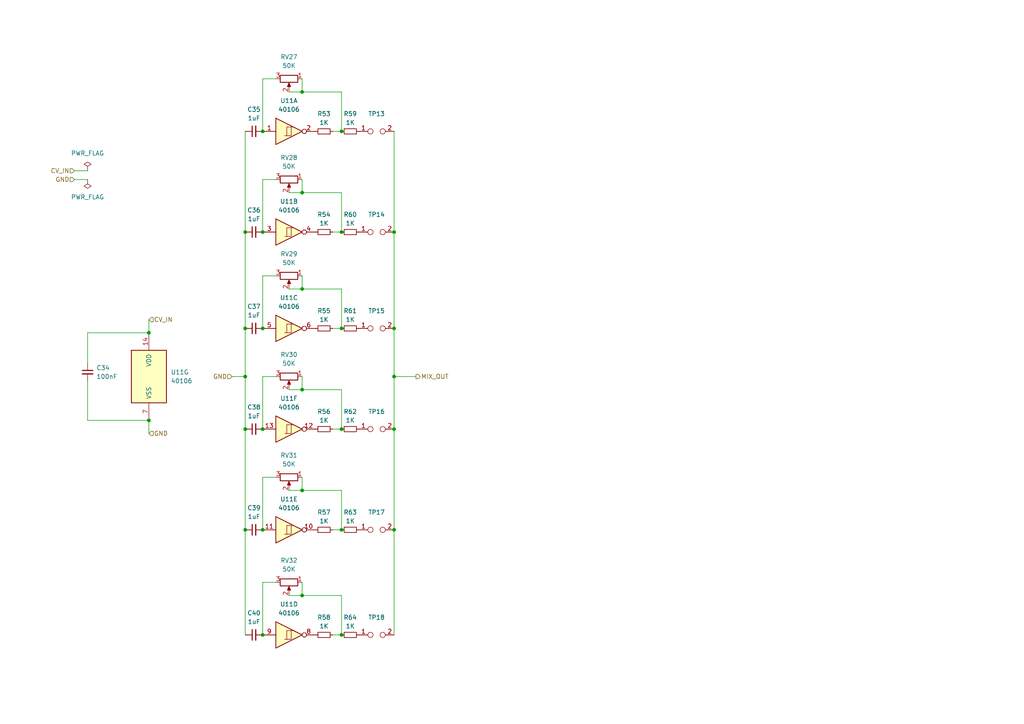
<source format=kicad_sch>
(kicad_sch (version 20231120) (generator "eeschema") (generator_version "8.0")
  (paper "A4")
  (lib_symbols
    (symbol "4xxx:40106" (pin_names (offset 1.016))
      (property "Reference" "U" (at 0 1.27 0))
      (property "Value" "40106" (at 0 -1.27 0))
      (symbol "40106_1_0"
        (polyline (pts (xy -0.635 -1.27) (xy -0.635 1.27) (xy 0.635 1.27)))
        (polyline (pts (xy -3.81 3.81) (xy -3.81 -3.81) (xy 3.81 0) (xy -3.81 3.81)) (stroke (width 0.254)) (fill (type background)))
        (polyline (pts (xy -1.27 -1.27) (xy 0.635 -1.27) (xy 0.635 1.27) (xy 1.27 1.27)))
        (pin input line (at -7.62 0 0) (length 3.81) (name "~") (number "1"))
        (pin output inverted (at 7.62 0 180) (length 3.81) (name "~") (number "2"))
      )
      (symbol "40106_2_0"
        (polyline (pts (xy -0.635 -1.27) (xy -0.635 1.27) (xy 0.635 1.27)))
        (polyline (pts (xy -3.81 3.81) (xy -3.81 -3.81) (xy 3.81 0) (xy -3.81 3.81)) (stroke (width 0.254)) (fill (type background)))
        (polyline (pts (xy -1.27 -1.27) (xy 0.635 -1.27) (xy 0.635 1.27) (xy 1.27 1.27)))
        (pin input line (at -7.62 0 0) (length 3.81) (name "~") (number "3"))
        (pin output inverted (at 7.62 0 180) (length 3.81) (name "~") (number "4"))
      )
      (symbol "40106_3_0"
        (polyline (pts (xy -0.635 -1.27) (xy -0.635 1.27) (xy 0.635 1.27)))
        (polyline (pts (xy -3.81 3.81) (xy -3.81 -3.81) (xy 3.81 0) (xy -3.81 3.81)) (stroke (width 0.254)) (fill (type background)))
        (polyline (pts (xy -1.27 -1.27) (xy 0.635 -1.27) (xy 0.635 1.27) (xy 1.27 1.27)))
        (pin input line (at -7.62 0 0) (length 3.81) (name "~") (number "5"))
        (pin output inverted (at 7.62 0 180) (length 3.81) (name "~") (number "6"))
      )
      (symbol "40106_4_0"
        (polyline (pts (xy -0.635 -1.27) (xy -0.635 1.27) (xy 0.635 1.27)))
        (polyline (pts (xy -3.81 3.81) (xy -3.81 -3.81) (xy 3.81 0) (xy -3.81 3.81)) (stroke (width 0.254)) (fill (type background)))
        (polyline (pts (xy -1.27 -1.27) (xy 0.635 -1.27) (xy 0.635 1.27) (xy 1.27 1.27)))
        (pin output inverted (at 7.62 0 180) (length 3.81) (name "~") (number "8"))
        (pin input line (at -7.62 0 0) (length 3.81) (name "~") (number "9"))
      )
      (symbol "40106_5_0"
        (polyline (pts (xy -0.635 -1.27) (xy -0.635 1.27) (xy 0.635 1.27)))
        (polyline (pts (xy -3.81 3.81) (xy -3.81 -3.81) (xy 3.81 0) (xy -3.81 3.81)) (stroke (width 0.254)) (fill (type background)))
        (polyline (pts (xy -1.27 -1.27) (xy 0.635 -1.27) (xy 0.635 1.27) (xy 1.27 1.27)))
        (pin output inverted (at 7.62 0 180) (length 3.81) (name "~") (number "10"))
        (pin input line (at -7.62 0 0) (length 3.81) (name "~") (number "11"))
      )
      (symbol "40106_6_0"
        (polyline (pts (xy -0.635 -1.27) (xy -0.635 1.27) (xy 0.635 1.27)))
        (polyline (pts (xy -3.81 3.81) (xy -3.81 -3.81) (xy 3.81 0) (xy -3.81 3.81)) (stroke (width 0.254)) (fill (type background)))
        (polyline (pts (xy -1.27 -1.27) (xy 0.635 -1.27) (xy 0.635 1.27) (xy 1.27 1.27)))
        (pin output inverted (at 7.62 0 180) (length 3.81) (name "~") (number "12"))
        (pin input line (at -7.62 0 0) (length 3.81) (name "~") (number "13"))
      )
      (symbol "40106_7_0"
        (pin power_in line (at 0 12.7 270) (length 5.08) (name "VDD") (number "14"))
        (pin power_in line (at 0 -12.7 90) (length 5.08) (name "VSS") (number "7"))
      )
      (symbol "40106_7_1"
        (rectangle (start -5.08 7.62) (end 5.08 -7.62) (stroke (width 0.254)) (fill (type background)))
      )
    )
    (symbol "Connector:TestPoint_2Pole" (pin_names (offset 0.762) hide)
      (property "Reference" "TP" (at 0 1.524 0))
      (property "Value" "TestPoint_2Pole" (at 0 -1.778 0))
      (symbol "TestPoint_2Pole_0_1"
        (circle (center -1.778 0) (radius 0.762))
        (circle (center 1.778 0) (radius 0.762))
        (pin passive line (at -5.08 0 0) (length 2.54) (name "1") (number "1"))
        (pin passive line (at 5.08 0 180) (length 2.54) (name "2") (number "2"))
      )
    )
    (symbol "Device:C_Small" (pin_numbers hide) (pin_names (offset 0.254) hide)
      (property "Reference" "C" (at 0.254 1.778 0))
      (property "Value" "C_Small" (at 0.254 -2.032 0))
      (symbol "C_Small_0_1"
        (polyline (pts (xy -1.524 -0.508) (xy 1.524 -0.508)) (stroke (width 0.3302)))
        (polyline (pts (xy -1.524 0.508) (xy 1.524 0.508)) (stroke (width 0.3048)))
      )
      (symbol "C_Small_1_1"
        (pin passive line (at 0 2.54 270) (length 2.032) (name "~") (number "1"))
        (pin passive line (at 0 -2.54 90) (length 2.032) (name "~") (number "2"))
      )
    )
    (symbol "Device:R_Potentiometer" (pin_names (offset 1.016) hide)
      (property "Reference" "RV" (at -4.445 0 90))
      (property "Value" "R_Potentiometer" (at -2.54 0 90))
      (symbol "R_Potentiometer_0_1"
        (polyline (pts (xy 2.54 0) (xy 1.524 0)))
        (polyline (pts (xy 1.143 0) (xy 2.286 0.508) (xy 2.286 -0.508) (xy 1.143 0)) (fill (type outline)))
        (rectangle (start 1.016 2.54) (end -1.016 -2.54) (stroke (width 0.254)))
      )
      (symbol "R_Potentiometer_1_1"
        (pin passive line (at 0 3.81 270) (length 1.27) (name "1") (number "1"))
        (pin passive line (at 3.81 0 180) (length 1.27) (name "2") (number "2"))
        (pin passive line (at 0 -3.81 90) (length 1.27) (name "3") (number "3"))
      )
    )
    (symbol "Device:R_Small" (pin_numbers hide) (pin_names (offset 0.254) hide)
      (property "Reference" "R" (at 0.762 0.508 0))
      (property "Value" "R_Small" (at 0.762 -1.016 0))
      (symbol "R_Small_0_1"
        (rectangle (start -0.762 1.778) (end 0.762 -1.778) (stroke (width 0.2032)))
      )
      (symbol "R_Small_1_1"
        (pin passive line (at 0 2.54 270) (length 0.762) (name "~") (number "1"))
        (pin passive line (at 0 -2.54 90) (length 0.762) (name "~") (number "2"))
      )
    )
    (symbol "power:PWR_FLAG" (power) (pin_numbers hide) (pin_names (offset 0) hide)
      (property "Value" "PWR_FLAG" (at 0 3.81 0))
      (symbol "PWR_FLAG_0_0"
        (pin power_out line (at 0 0 90) (length 0) (name "~") (number "1"))
      )
      (symbol "PWR_FLAG_0_1"
        (polyline (pts (xy 0 0) (xy 0 1.27) (xy -1.016 1.905) (xy 0 2.54) (xy 1.016 1.905) (xy 0 1.27)))
      )
    )
  )
  (junction (at 99.06 67.31))
  (junction (at 87.63 55.88))
  (junction (at 76.2 153.67))
  (junction (at 43.18 121.92))
  (junction (at 87.63 26.67))
  (junction (at 114.3 67.31))
  (junction (at 114.3 153.67))
  (junction (at 71.12 124.46))
  (junction (at 76.2 95.25))
  (junction (at 76.2 38.1))
  (junction (at 114.3 109.22))
  (junction (at 71.12 153.67))
  (junction (at 76.2 67.31))
  (junction (at 99.06 38.1))
  (junction (at 76.2 124.46))
  (junction (at 71.12 67.31))
  (junction (at 87.63 83.82))
  (junction (at 71.12 95.25))
  (junction (at 114.3 95.25))
  (junction (at 99.06 124.46))
  (junction (at 87.63 172.72))
  (junction (at 114.3 124.46))
  (junction (at 76.2 184.15))
  (junction (at 99.06 95.25))
  (junction (at 87.63 113.03))
  (junction (at 99.06 184.15))
  (junction (at 71.12 109.22))
  (junction (at 43.18 96.52))
  (junction (at 87.63 142.24))
  (junction (at 99.06 153.67))
  (wire (pts (xy 87.63 26.67) (xy 99.06 26.67)))
  (wire (pts (xy 80.01 80.01) (xy 76.2 80.01)))
  (wire (pts (xy 71.12 67.31) (xy 71.12 95.25)))
  (wire (pts (xy 80.01 168.91) (xy 76.2 168.91)))
  (wire (pts (xy 80.01 22.86) (xy 76.2 22.86)))
  (wire (pts (xy 96.52 95.25) (xy 99.06 95.25)))
  (wire (pts (xy 87.63 55.88) (xy 99.06 55.88)))
  (wire (pts (xy 96.52 38.1) (xy 99.06 38.1)))
  (wire (pts (xy 25.4 121.92) (xy 43.18 121.92)))
  (wire (pts (xy 96.52 124.46) (xy 99.06 124.46)))
  (wire (pts (xy 87.63 138.43) (xy 87.63 142.24)))
  (wire (pts (xy 71.12 38.1) (xy 71.12 67.31)))
  (wire (pts (xy 96.52 153.67) (xy 99.06 153.67)))
  (wire (pts (xy 99.06 55.88) (xy 99.06 67.31)))
  (wire (pts (xy 87.63 142.24) (xy 99.06 142.24)))
  (wire (pts (xy 71.12 153.67) (xy 71.12 184.15)))
  (wire (pts (xy 76.2 168.91) (xy 76.2 184.15)))
  (wire (pts (xy 80.01 109.22) (xy 76.2 109.22)))
  (wire (pts (xy 43.18 96.52) (xy 25.4 96.52)))
  (wire (pts (xy 114.3 67.31) (xy 114.3 95.25)))
  (wire (pts (xy 83.82 55.88) (xy 87.63 55.88)))
  (wire (pts (xy 87.63 172.72) (xy 99.06 172.72)))
  (wire (pts (xy 114.3 124.46) (xy 114.3 153.67)))
  (wire (pts (xy 43.18 92.71) (xy 43.18 96.52)))
  (wire (pts (xy 76.2 22.86) (xy 76.2 38.1)))
  (wire (pts (xy 99.06 83.82) (xy 99.06 95.25)))
  (wire (pts (xy 67.31 109.22) (xy 71.12 109.22)))
  (wire (pts (xy 114.3 95.25) (xy 114.3 109.22)))
  (wire (pts (xy 80.01 138.43) (xy 76.2 138.43)))
  (wire (pts (xy 25.4 96.52) (xy 25.4 105.41)))
  (wire (pts (xy 87.63 109.22) (xy 87.63 113.03)))
  (wire (pts (xy 99.06 113.03) (xy 99.06 124.46)))
  (wire (pts (xy 99.06 38.1) (xy 99.06 26.67)))
  (wire (pts (xy 96.52 67.31) (xy 99.06 67.31)))
  (wire (pts (xy 43.18 121.92) (xy 43.18 125.73)))
  (wire (pts (xy 96.52 184.15) (xy 99.06 184.15)))
  (wire (pts (xy 83.82 83.82) (xy 87.63 83.82)))
  (wire (pts (xy 71.12 109.22) (xy 71.12 124.46)))
  (wire (pts (xy 76.2 52.07) (xy 76.2 67.31)))
  (wire (pts (xy 87.63 168.91) (xy 87.63 172.72)))
  (wire (pts (xy 83.82 142.24) (xy 87.63 142.24)))
  (wire (pts (xy 99.06 142.24) (xy 99.06 153.67)))
  (wire (pts (xy 87.63 80.01) (xy 87.63 83.82)))
  (wire (pts (xy 76.2 109.22) (xy 76.2 124.46)))
  (wire (pts (xy 83.82 113.03) (xy 87.63 113.03)))
  (wire (pts (xy 25.4 110.49) (xy 25.4 121.92)))
  (wire (pts (xy 87.63 113.03) (xy 99.06 113.03)))
  (wire (pts (xy 114.3 109.22) (xy 114.3 124.46)))
  (wire (pts (xy 76.2 138.43) (xy 76.2 153.67)))
  (wire (pts (xy 114.3 153.67) (xy 114.3 184.15)))
  (wire (pts (xy 71.12 95.25) (xy 71.12 109.22)))
  (wire (pts (xy 83.82 26.67) (xy 87.63 26.67)))
  (wire (pts (xy 76.2 80.01) (xy 76.2 95.25)))
  (wire (pts (xy 87.63 22.86) (xy 87.63 26.67)))
  (wire (pts (xy 80.01 52.07) (xy 76.2 52.07)))
  (wire (pts (xy 99.06 172.72) (xy 99.06 184.15)))
  (wire (pts (xy 83.82 172.72) (xy 87.63 172.72)))
  (wire (pts (xy 21.59 52.07) (xy 25.4 52.07)))
  (wire (pts (xy 114.3 38.1) (xy 114.3 67.31)))
  (wire (pts (xy 87.63 52.07) (xy 87.63 55.88)))
  (wire (pts (xy 114.3 109.22) (xy 120.65 109.22)))
  (wire (pts (xy 21.59 49.53) (xy 25.4 49.53)))
  (wire (pts (xy 87.63 83.82) (xy 99.06 83.82)))
  (wire (pts (xy 71.12 124.46) (xy 71.12 153.67)))
  (hierarchical_label "CV_IN" (shape input) (at 21.59 49.53 180))
  (hierarchical_label "GND" (shape input) (at 21.59 52.07 180))
  (hierarchical_label "GND" (shape input) (at 43.18 125.73 0))
  (hierarchical_label "MIX_OUT" (shape output) (at 120.65 109.22 0))
  (hierarchical_label "GND" (shape input) (at 67.31 109.22 180))
  (hierarchical_label "CV_IN" (shape input) (at 43.18 92.71 0))
  (symbol (lib_id "Connector:TestPoint_2Pole") (at 109.22 95.25 0) (unit 1)
    (property "Reference" "TP3" (at 109.22 90.17 0))
    (property "Value" "key1" (effects (hide yes)))
    (property "Footprint" "TouchPad_Surface:TouchPad_2Pole_Square_15x15mm" (effects (hide yes)))
    (property "Description" "2-polar test point" (effects (hide yes)))
    (instances (project "miniorgan" (path "" (reference "TP15") (unit 1)) (path "" (reference "TP3") (unit 1)) (path "" (reference "TP21") (unit 1)) (path "" (reference "TP9") (unit 1))))
  )
  (symbol (lib_id "Device:R_Small") (at 101.6 184.15 90) (unit 1)
    (property "Reference" "R12" (at 101.6 179.07 90))
    (property "Value" "1K" (at 101.6 181.61 90))
    (property "Footprint" "Resistor_SMD:R_0603_1608Metric" (effects (hide yes)))
    (property "Description" "Resistor, small symbol" (effects (hide yes)))
    (instances (project "miniorgan" (path "" (reference "R64") (unit 1)) (path "" (reference "R12") (unit 1)) (path "" (reference "R76") (unit 1)) (path "" (reference "R52") (unit 1))))
  )
  (symbol (lib_id "4xxx:40106") (at 83.82 153.67 0) (unit 5)
    (property "Reference" "U1" (at 83.82 144.78 0))
    (property "Value" "40106" (at 83.82 147.32 0))
    (property "Footprint" "easyeda2kicad:SOIC-14_L8.7-W3.9-P1.27-LS6.0-BL" (effects (hide yes)))
    (property "Datasheet" "https://assets.nexperia.com/documents/data-sheet/HEF40106B.pdf" (effects (hide yes)))
    (property "Description" "Hex Schmitt trigger inverter" (effects (hide yes)))
    (instances (project "miniorgan" (path "" (reference "U11") (unit 5)) (path "" (reference "U1") (unit 5)) (path "" (reference "U12") (unit 5)) (path "" (reference "U3") (unit 5))))
  )
  (symbol (lib_id "Device:C_Small") (at 73.66 184.15 90) (unit 1)
    (property "Reference" "C26" (at 73.6663 177.8 90))
    (property "Value" "1uF" (at 73.6663 180.34 90))
    (property "Footprint" "Capacitor_SMD:C_0805_2012Metric" (effects (hide yes)))
    (property "Description" "Unpolarized capacitor, small symbol" (effects (hide yes)))
    (instances (project "miniorgan" (path "" (reference "C40") (unit 1)) (path "" (reference "C26") (unit 1)) (path "" (reference "C48") (unit 1)) (path "" (reference "C33") (unit 1))))
  )
  (symbol (lib_id "Connector:TestPoint_2Pole") (at 109.22 153.67 0) (unit 1)
    (property "Reference" "TP5" (at 109.22 148.59 0))
    (property "Value" "key1" (effects (hide yes)))
    (property "Footprint" "TouchPad_Surface:TouchPad_2Pole_Square_15x15mm" (effects (hide yes)))
    (property "Description" "2-polar test point" (effects (hide yes)))
    (instances (project "miniorgan" (path "" (reference "TP17") (unit 1)) (path "" (reference "TP5") (unit 1)) (path "" (reference "TP23") (unit 1)) (path "" (reference "TP11") (unit 1))))
  )
  (symbol (lib_id "Device:R_Small") (at 93.98 38.1 90) (unit 1)
    (property "Reference" "R1" (at 93.98 33.02 90))
    (property "Value" "1K" (at 93.98 35.56 90))
    (property "Footprint" "Resistor_SMD:R_0603_1608Metric" (effects (hide yes)))
    (property "Description" "Resistor, small symbol" (effects (hide yes)))
    (instances (project "miniorgan" (path "" (reference "R53") (unit 1)) (path "" (reference "R1") (unit 1)) (path "" (reference "R65") (unit 1)) (path "" (reference "R41") (unit 1))))
  )
  (symbol (lib_id "Device:R_Potentiometer") (at 83.82 109.22 270) (unit 1)
    (property "Reference" "RV4" (at 83.82 102.87 90))
    (property "Value" "50K" (at 83.82 105.41 90))
    (property "Footprint" "Potentiometer_THT:Potentiometer_Bourns_3296W_Vertical" (effects (hide yes)))
    (property "Description" "Potentiometer" (effects (hide yes)))
    (property "JLC" " C118963" (effects (hide yes)))
    (instances (project "miniorgan" (path "" (reference "RV30") (unit 1)) (path "" (reference "RV4") (unit 1)) (path "" (reference "RV36") (unit 1)) (path "" (reference "RV24") (unit 1))))
  )
  (symbol (lib_id "power:PWR_FLAG") (at 25.4 52.07 180) (unit 1)
    (property "Reference" "#FLG07" (effects (hide yes)))
    (property "Value" "PWR_FLAG" (at 25.4 57.15 0))
    (property "Description" "Special symbol for telling ERC where power comes from" (effects (hide yes)))
    (instances (project "miniorgan" (path "" (reference "#FLG011") (unit 1)) (path "" (reference "#FLG07") (unit 1)) (path "" (reference "#FLG013") (unit 1)) (path "" (reference "#FLG09") (unit 1))))
  )
  (symbol (lib_id "Device:C_Small") (at 73.66 38.1 90) (unit 1)
    (property "Reference" "C2" (at 73.6663 31.75 90))
    (property "Value" "1uF" (at 73.6663 34.29 90))
    (property "Footprint" "Capacitor_SMD:C_0805_2012Metric" (effects (hide yes)))
    (property "Description" "Unpolarized capacitor, small symbol" (effects (hide yes)))
    (instances (project "miniorgan" (path "" (reference "C35") (unit 1)) (path "" (reference "C2") (unit 1)) (path "" (reference "C42") (unit 1)) (path "" (reference "C28") (unit 1))))
  )
  (symbol (lib_id "Device:R_Small") (at 93.98 95.25 90) (unit 1)
    (property "Reference" "R3" (at 93.98 90.17 90))
    (property "Value" "1K" (at 93.98 92.71 90))
    (property "Footprint" "Resistor_SMD:R_0603_1608Metric" (effects (hide yes)))
    (property "Description" "Resistor, small symbol" (effects (hide yes)))
    (instances (project "miniorgan" (path "" (reference "R55") (unit 1)) (path "" (reference "R3") (unit 1)) (path "" (reference "R67") (unit 1)) (path "" (reference "R43") (unit 1))))
  )
  (symbol (lib_id "Connector:TestPoint_2Pole") (at 109.22 124.46 0) (unit 1)
    (property "Reference" "TP4" (at 109.22 119.38 0))
    (property "Value" "key1" (effects (hide yes)))
    (property "Footprint" "TouchPad_Surface:TouchPad_2Pole_Square_15x15mm" (effects (hide yes)))
    (property "Description" "2-polar test point" (effects (hide yes)))
    (instances (project "miniorgan" (path "" (reference "TP16") (unit 1)) (path "" (reference "TP4") (unit 1)) (path "" (reference "TP22") (unit 1)) (path "" (reference "TP10") (unit 1))))
  )
  (symbol (lib_id "4xxx:40106") (at 83.82 184.15 0) (unit 4)
    (property "Reference" "U1" (at 83.82 175.26 0))
    (property "Value" "40106" (at 83.82 177.8 0))
    (property "Footprint" "easyeda2kicad:SOIC-14_L8.7-W3.9-P1.27-LS6.0-BL" (effects (hide yes)))
    (property "Datasheet" "https://assets.nexperia.com/documents/data-sheet/HEF40106B.pdf" (effects (hide yes)))
    (property "Description" "Hex Schmitt trigger inverter" (effects (hide yes)))
    (instances (project "miniorgan" (path "" (reference "U11") (unit 4)) (path "" (reference "U1") (unit 4)) (path "" (reference "U12") (unit 4)) (path "" (reference "U3") (unit 4))))
  )
  (symbol (lib_id "4xxx:40106") (at 43.18 109.22 0) (unit 7)
    (property "Reference" "U1" (at 49.53 107.9499 0) (effects (justify left)))
    (property "Value" "40106" (at 49.53 110.4899 0) (effects (justify left)))
    (property "Footprint" "easyeda2kicad:SOIC-14_L8.7-W3.9-P1.27-LS6.0-BL" (effects (hide yes)))
    (property "Datasheet" "https://assets.nexperia.com/documents/data-sheet/HEF40106B.pdf" (effects (hide yes)))
    (property "Description" "Hex Schmitt trigger inverter" (effects (hide yes)))
    (instances (project "miniorgan" (path "" (reference "U11") (unit 7)) (path "" (reference "U1") (unit 7)) (path "" (reference "U12") (unit 7)) (path "" (reference "U3") (unit 7))))
  )
  (symbol (lib_id "Device:R_Potentiometer") (at 83.82 138.43 270) (unit 1)
    (property "Reference" "RV5" (at 83.82 132.08 90))
    (property "Value" "50K" (at 83.82 134.62 90))
    (property "Footprint" "Potentiometer_THT:Potentiometer_Bourns_3296W_Vertical" (effects (hide yes)))
    (property "Description" "Potentiometer" (effects (hide yes)))
    (property "JLC" " C118963" (effects (hide yes)))
    (instances (project "miniorgan" (path "" (reference "RV31") (unit 1)) (path "" (reference "RV5") (unit 1)) (path "" (reference "RV37") (unit 1)) (path "" (reference "RV25") (unit 1))))
  )
  (symbol (lib_id "4xxx:40106") (at 83.82 38.1 0) (unit 1)
    (property "Reference" "U1" (at 83.82 29.21 0))
    (property "Value" "40106" (at 83.82 31.75 0))
    (property "Footprint" "easyeda2kicad:SOIC-14_L8.7-W3.9-P1.27-LS6.0-BL" (effects (hide yes)))
    (property "Datasheet" "https://assets.nexperia.com/documents/data-sheet/HEF40106B.pdf" (effects (hide yes)))
    (property "Description" "Hex Schmitt trigger inverter" (effects (hide yes)))
    (instances (project "miniorgan" (path "" (reference "U11") (unit 1)) (path "" (reference "U1") (unit 1)) (path "" (reference "U12") (unit 1)) (path "" (reference "U3") (unit 1))))
  )
  (symbol (lib_id "Device:R_Potentiometer") (at 83.82 168.91 270) (unit 1)
    (property "Reference" "RV6" (at 83.82 162.56 90))
    (property "Value" "50K" (at 83.82 165.1 90))
    (property "Footprint" "Potentiometer_THT:Potentiometer_Bourns_3296W_Vertical" (effects (hide yes)))
    (property "Description" "Potentiometer" (effects (hide yes)))
    (property "JLC" " C118963" (effects (hide yes)))
    (instances (project "miniorgan" (path "" (reference "RV32") (unit 1)) (path "" (reference "RV6") (unit 1)) (path "" (reference "RV38") (unit 1)) (path "" (reference "RV26") (unit 1))))
  )
  (symbol (lib_id "Device:C_Small") (at 25.4 107.95 0) (unit 1)
    (property "Reference" "C1" (at 27.94 106.6862 0) (effects (justify left)))
    (property "Value" "100nF" (at 27.94 109.2262 0) (effects (justify left)))
    (property "Footprint" "Capacitor_SMD:C_0805_2012Metric" (effects (hide yes)))
    (property "Description" "Unpolarized capacitor, small symbol" (effects (hide yes)))
    (instances (project "miniorgan" (path "" (reference "C34") (unit 1)) (path "" (reference "C1") (unit 1)) (path "" (reference "C41") (unit 1)) (path "" (reference "C27") (unit 1))))
  )
  (symbol (lib_id "Device:R_Small") (at 93.98 153.67 90) (unit 1)
    (property "Reference" "R5" (at 93.98 148.59 90))
    (property "Value" "1K" (at 93.98 151.13 90))
    (property "Footprint" "Resistor_SMD:R_0603_1608Metric" (effects (hide yes)))
    (property "Description" "Resistor, small symbol" (effects (hide yes)))
    (instances (project "miniorgan" (path "" (reference "R57") (unit 1)) (path "" (reference "R5") (unit 1)) (path "" (reference "R69") (unit 1)) (path "" (reference "R45") (unit 1))))
  )
  (symbol (lib_id "Device:R_Potentiometer") (at 83.82 22.86 270) (unit 1)
    (property "Reference" "RV1" (at 83.82 16.51 90))
    (property "Value" "50K" (at 83.82 19.05 90))
    (property "Footprint" "Potentiometer_THT:Potentiometer_Bourns_3296W_Vertical" (effects (hide yes)))
    (property "Description" "Potentiometer" (effects (hide yes)))
    (property "JLC" " C118963" (effects (hide yes)))
    (instances (project "miniorgan" (path "" (reference "RV27") (unit 1)) (path "" (reference "RV1") (unit 1)) (path "" (reference "RV33") (unit 1)) (path "" (reference "RV21") (unit 1))))
  )
  (symbol (lib_id "power:PWR_FLAG") (at 25.4 49.53 0) (unit 1)
    (property "Reference" "#FLG06" (effects (hide yes)))
    (property "Value" "PWR_FLAG" (at 25.4 44.45 0))
    (property "Description" "Special symbol for telling ERC where power comes from" (effects (hide yes)))
    (instances (project "miniorgan" (path "" (reference "#FLG010") (unit 1)) (path "" (reference "#FLG06") (unit 1)) (path "" (reference "#FLG012") (unit 1)) (path "" (reference "#FLG08") (unit 1))))
  )
  (symbol (lib_id "4xxx:40106") (at 83.82 95.25 0) (unit 3)
    (property "Reference" "U1" (at 83.82 86.36 0))
    (property "Value" "40106" (at 83.82 88.9 0))
    (property "Footprint" "easyeda2kicad:SOIC-14_L8.7-W3.9-P1.27-LS6.0-BL" (effects (hide yes)))
    (property "Datasheet" "https://assets.nexperia.com/documents/data-sheet/HEF40106B.pdf" (effects (hide yes)))
    (property "Description" "Hex Schmitt trigger inverter" (effects (hide yes)))
    (instances (project "miniorgan" (path "" (reference "U11") (unit 3)) (path "" (reference "U1") (unit 3)) (path "" (reference "U12") (unit 3)) (path "" (reference "U3") (unit 3))))
  )
  (symbol (lib_id "Device:R_Small") (at 93.98 67.31 90) (unit 1)
    (property "Reference" "R2" (at 93.98 62.23 90))
    (property "Value" "1K" (at 93.98 64.77 90))
    (property "Footprint" "Resistor_SMD:R_0603_1608Metric" (effects (hide yes)))
    (property "Description" "Resistor, small symbol" (effects (hide yes)))
    (instances (project "miniorgan" (path "" (reference "R54") (unit 1)) (path "" (reference "R2") (unit 1)) (path "" (reference "R66") (unit 1)) (path "" (reference "R42") (unit 1))))
  )
  (symbol (lib_id "Device:R_Small") (at 93.98 124.46 90) (unit 1)
    (property "Reference" "R4" (at 93.98 119.38 90))
    (property "Value" "1K" (at 93.98 121.92 90))
    (property "Footprint" "Resistor_SMD:R_0603_1608Metric" (effects (hide yes)))
    (property "Description" "Resistor, small symbol" (effects (hide yes)))
    (instances (project "miniorgan" (path "" (reference "R56") (unit 1)) (path "" (reference "R4") (unit 1)) (path "" (reference "R68") (unit 1)) (path "" (reference "R44") (unit 1))))
  )
  (symbol (lib_id "Device:R_Small") (at 101.6 38.1 90) (unit 1)
    (property "Reference" "R7" (at 101.6 33.02 90))
    (property "Value" "1K" (at 101.6 35.56 90))
    (property "Footprint" "Resistor_SMD:R_0603_1608Metric" (effects (hide yes)))
    (property "Description" "Resistor, small symbol" (effects (hide yes)))
    (instances (project "miniorgan" (path "" (reference "R59") (unit 1)) (path "" (reference "R7") (unit 1)) (path "" (reference "R71") (unit 1)) (path "" (reference "R47") (unit 1))))
  )
  (symbol (lib_id "4xxx:40106") (at 83.82 67.31 0) (unit 2)
    (property "Reference" "U1" (at 83.82 58.42 0))
    (property "Value" "40106" (at 83.82 60.96 0))
    (property "Footprint" "easyeda2kicad:SOIC-14_L8.7-W3.9-P1.27-LS6.0-BL" (effects (hide yes)))
    (property "Datasheet" "https://assets.nexperia.com/documents/data-sheet/HEF40106B.pdf" (effects (hide yes)))
    (property "Description" "Hex Schmitt trigger inverter" (effects (hide yes)))
    (instances (project "miniorgan" (path "" (reference "U11") (unit 2)) (path "" (reference "U1") (unit 2)) (path "" (reference "U12") (unit 2)) (path "" (reference "U3") (unit 2))))
  )
  (symbol (lib_id "Device:C_Small") (at 73.66 124.46 90) (unit 1)
    (property "Reference" "C5" (at 73.6663 118.11 90))
    (property "Value" "1uF" (at 73.6663 120.65 90))
    (property "Footprint" "Capacitor_SMD:C_0805_2012Metric" (effects (hide yes)))
    (property "Description" "Unpolarized capacitor, small symbol" (effects (hide yes)))
    (instances (project "miniorgan" (path "" (reference "C38") (unit 1)) (path "" (reference "C5") (unit 1)) (path "" (reference "C46") (unit 1)) (path "" (reference "C31") (unit 1))))
  )
  (symbol (lib_id "Device:R_Small") (at 101.6 153.67 90) (unit 1)
    (property "Reference" "R11" (at 101.6 148.59 90))
    (property "Value" "1K" (at 101.6 151.13 90))
    (property "Footprint" "Resistor_SMD:R_0603_1608Metric" (effects (hide yes)))
    (property "Description" "Resistor, small symbol" (effects (hide yes)))
    (instances (project "miniorgan" (path "" (reference "R63") (unit 1)) (path "" (reference "R11") (unit 1)) (path "" (reference "R75") (unit 1)) (path "" (reference "R51") (unit 1))))
  )
  (symbol (lib_id "Connector:TestPoint_2Pole") (at 109.22 38.1 0) (unit 1)
    (property "Reference" "TP1" (at 109.22 33.02 0))
    (property "Value" "key1" (effects (hide yes)))
    (property "Footprint" "TouchPad_Surface:TouchPad_2Pole_Square_15x15mm" (effects (hide yes)))
    (property "Description" "2-polar test point" (effects (hide yes)))
    (instances (project "miniorgan" (path "" (reference "TP13") (unit 1)) (path "" (reference "TP1") (unit 1)) (path "" (reference "TP19") (unit 1)) (path "" (reference "TP7") (unit 1))))
  )
  (symbol (lib_id "Device:C_Small") (at 73.66 67.31 90) (unit 1)
    (property "Reference" "C3" (at 73.6663 60.96 90))
    (property "Value" "1uF" (at 73.6663 63.5 90))
    (property "Footprint" "Capacitor_SMD:C_0805_2012Metric" (effects (hide yes)))
    (property "Description" "Unpolarized capacitor, small symbol" (effects (hide yes)))
    (instances (project "miniorgan" (path "" (reference "C36") (unit 1)) (path "" (reference "C3") (unit 1)) (path "" (reference "C43") (unit 1)) (path "" (reference "C29") (unit 1))))
  )
  (symbol (lib_id "4xxx:40106") (at 83.82 124.46 0) (unit 6)
    (property "Reference" "U1" (at 83.82 115.57 0))
    (property "Value" "40106" (at 83.82 118.11 0))
    (property "Footprint" "easyeda2kicad:SOIC-14_L8.7-W3.9-P1.27-LS6.0-BL" (effects (hide yes)))
    (property "Datasheet" "https://assets.nexperia.com/documents/data-sheet/HEF40106B.pdf" (effects (hide yes)))
    (property "Description" "Hex Schmitt trigger inverter" (effects (hide yes)))
    (instances (project "miniorgan" (path "" (reference "U11") (unit 6)) (path "" (reference "U1") (unit 6)) (path "" (reference "U12") (unit 6)) (path "" (reference "U3") (unit 6))))
  )
  (symbol (lib_id "Device:R_Small") (at 93.98 184.15 90) (unit 1)
    (property "Reference" "R6" (at 93.98 179.07 90))
    (property "Value" "1K" (at 93.98 181.61 90))
    (property "Footprint" "Resistor_SMD:R_0603_1608Metric" (effects (hide yes)))
    (property "Description" "Resistor, small symbol" (effects (hide yes)))
    (instances (project "miniorgan" (path "" (reference "R58") (unit 1)) (path "" (reference "R6") (unit 1)) (path "" (reference "R70") (unit 1)) (path "" (reference "R46") (unit 1))))
  )
  (symbol (lib_id "Connector:TestPoint_2Pole") (at 109.22 67.31 0) (unit 1)
    (property "Reference" "TP2" (at 109.22 62.23 0))
    (property "Value" "key1" (effects (hide yes)))
    (property "Footprint" "TouchPad_Surface:TouchPad_2Pole_Square_15x15mm" (effects (hide yes)))
    (property "Description" "2-polar test point" (effects (hide yes)))
    (instances (project "miniorgan" (path "" (reference "TP14") (unit 1)) (path "" (reference "TP2") (unit 1)) (path "" (reference "TP20") (unit 1)) (path "" (reference "TP8") (unit 1))))
  )
  (symbol (lib_id "Device:C_Small") (at 73.66 153.67 90) (unit 1)
    (property "Reference" "C6" (at 73.6663 147.32 90))
    (property "Value" "1uF" (at 73.6663 149.86 90))
    (property "Footprint" "Capacitor_SMD:C_0805_2012Metric" (effects (hide yes)))
    (property "Description" "Unpolarized capacitor, small symbol" (effects (hide yes)))
    (instances (project "miniorgan" (path "" (reference "C39") (unit 1)) (path "" (reference "C6") (unit 1)) (path "" (reference "C47") (unit 1)) (path "" (reference "C32") (unit 1))))
  )
  (symbol (lib_id "Device:R_Small") (at 101.6 67.31 90) (unit 1)
    (property "Reference" "R8" (at 101.6 62.23 90))
    (property "Value" "1K" (at 101.6 64.77 90))
    (property "Footprint" "Resistor_SMD:R_0603_1608Metric" (effects (hide yes)))
    (property "Description" "Resistor, small symbol" (effects (hide yes)))
    (instances (project "miniorgan" (path "" (reference "R60") (unit 1)) (path "" (reference "R8") (unit 1)) (path "" (reference "R72") (unit 1)) (path "" (reference "R48") (unit 1))))
  )
  (symbol (lib_id "Device:R_Potentiometer") (at 83.82 52.07 270) (unit 1)
    (property "Reference" "RV2" (at 83.82 45.72 90))
    (property "Value" "50K" (at 83.82 48.26 90))
    (property "Footprint" "Potentiometer_THT:Potentiometer_Bourns_3296W_Vertical" (effects (hide yes)))
    (property "Description" "Potentiometer" (effects (hide yes)))
    (property "JLC" " C118963" (effects (hide yes)))
    (instances (project "miniorgan" (path "" (reference "RV28") (unit 1)) (path "" (reference "RV2") (unit 1)) (path "" (reference "RV34") (unit 1)) (path "" (reference "RV22") (unit 1))))
  )
  (symbol (lib_id "Device:R_Potentiometer") (at 83.82 80.01 270) (unit 1)
    (property "Reference" "RV3" (at 83.82 73.66 90))
    (property "Value" "50K" (at 83.82 76.2 90))
    (property "Footprint" "Potentiometer_THT:Potentiometer_Bourns_3296W_Vertical" (effects (hide yes)))
    (property "Description" "Potentiometer" (effects (hide yes)))
    (property "JLC" " C118963" (effects (hide yes)))
    (instances (project "miniorgan" (path "" (reference "RV29") (unit 1)) (path "" (reference "RV3") (unit 1)) (path "" (reference "RV35") (unit 1)) (path "" (reference "RV23") (unit 1))))
  )
  (symbol (lib_id "Device:C_Small") (at 73.66 95.25 90) (unit 1)
    (property "Reference" "C4" (at 73.6663 88.9 90))
    (property "Value" "1uF" (at 73.6663 91.44 90))
    (property "Footprint" "Capacitor_SMD:C_0805_2012Metric" (effects (hide yes)))
    (property "Description" "Unpolarized capacitor, small symbol" (effects (hide yes)))
    (instances (project "miniorgan" (path "" (reference "C37") (unit 1)) (path "" (reference "C4") (unit 1)) (path "" (reference "C44") (unit 1)) (path "" (reference "C30") (unit 1))))
  )
  (symbol (lib_id "Connector:TestPoint_2Pole") (at 109.22 184.15 0) (unit 1)
    (property "Reference" "TP6" (at 109.22 179.07 0))
    (property "Value" "key1" (effects (hide yes)))
    (property "Footprint" "TouchPad_Surface:TouchPad_2Pole_Square_15x15mm" (effects (hide yes)))
    (property "Description" "2-polar test point" (effects (hide yes)))
    (instances (project "miniorgan" (path "" (reference "TP18") (unit 1)) (path "" (reference "TP6") (unit 1)) (path "" (reference "TP24") (unit 1)) (path "" (reference "TP12") (unit 1))))
  )
  (symbol (lib_id "Device:R_Small") (at 101.6 124.46 90) (unit 1)
    (property "Reference" "R10" (at 101.6 119.38 90))
    (property "Value" "1K" (at 101.6 121.92 90))
    (property "Footprint" "Resistor_SMD:R_0603_1608Metric" (effects (hide yes)))
    (property "Description" "Resistor, small symbol" (effects (hide yes)))
    (instances (project "miniorgan" (path "" (reference "R62") (unit 1)) (path "" (reference "R10") (unit 1)) (path "" (reference "R74") (unit 1)) (path "" (reference "R50") (unit 1))))
  )
  (symbol (lib_id "Device:R_Small") (at 101.6 95.25 90) (unit 1)
    (property "Reference" "R9" (at 101.6 90.17 90))
    (property "Value" "1K" (at 101.6 92.71 90))
    (property "Footprint" "Resistor_SMD:R_0603_1608Metric" (effects (hide yes)))
    (property "Description" "Resistor, small symbol" (effects (hide yes)))
    (instances (project "miniorgan" (path "" (reference "R61") (unit 1)) (path "" (reference "R9") (unit 1)) (path "" (reference "R73") (unit 1)) (path "" (reference "R49") (unit 1))))
  )
)
</source>
